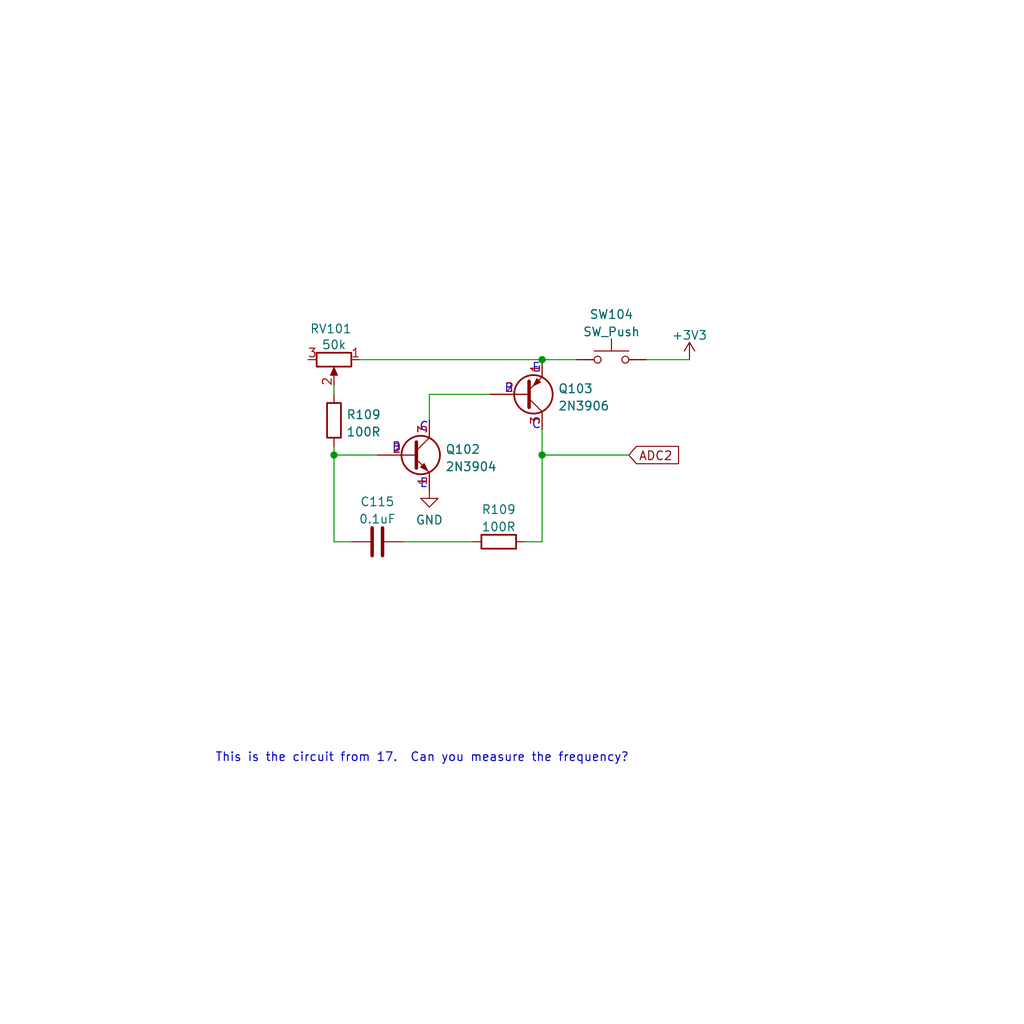
<source format=kicad_sch>
(kicad_sch (version 20211123) (generator eeschema)
  (paper "User" 150.012 150.012)
  (lib_symbols
    (symbol "Device:C" (pin_numbers hide) (pin_names (offset 0.254))
      (property "Reference" "C" (at 0.635 2.54 0))
      (property "Value" "C" (at 0.635 -2.54 0))
      (symbol "C_0_1"
        (polyline (pts (xy -2.032 -0.762) (xy 2.032 -0.762)) (stroke (width 0.508)))
        (polyline (pts (xy -2.032 0.762) (xy 2.032 0.762)) (stroke (width 0.508)))
      )
      (symbol "C_1_1"
        (pin passive line (at 0 3.81 270) (length 2.794) (name "~") (number "1"))
        (pin passive line (at 0 -3.81 90) (length 2.794) (name "~") (number "2"))
      )
    )
    (symbol "Device:R" (pin_numbers hide) (pin_names (offset 0))
      (property "Reference" "R" (at 2.032 0 90))
      (property "Value" "R" (at 0 0 90))
      (symbol "R_0_1"
        (rectangle (start -1.016 -2.54) (end 1.016 2.54) (stroke (width 0.254)))
      )
      (symbol "R_1_1"
        (pin passive line (at 0 3.81 270) (length 1.27) (name "~") (number "1"))
        (pin passive line (at 0 -3.81 90) (length 1.27) (name "~") (number "2"))
      )
    )
    (symbol "Device:R_Potentiometer" (pin_names (offset 1.016) hide)
      (property "Reference" "RV" (at -4.445 0 90))
      (property "Value" "R_Potentiometer" (at -2.54 0 90))
      (symbol "R_Potentiometer_0_1"
        (polyline (pts (xy 2.54 0) (xy 1.524 0)))
        (polyline (pts (xy 1.143 0) (xy 2.286 0.508) (xy 2.286 -0.508) (xy 1.143 0)) (fill (type outline)))
        (rectangle (start 1.016 2.54) (end -1.016 -2.54) (stroke (width 0.254)))
      )
      (symbol "R_Potentiometer_1_1"
        (pin passive line (at 0 3.81 270) (length 1.27) (name "1") (number "1"))
        (pin passive line (at 3.81 0 180) (length 1.27) (name "2") (number "2"))
        (pin passive line (at 0 -3.81 90) (length 1.27) (name "3") (number "3"))
      )
    )
    (symbol "Switch:SW_Push" (pin_numbers hide) (pin_names (offset 1.016) hide)
      (property "Reference" "SW" (at 1.27 2.54 0))
      (property "Value" "SW_Push" (at 0 -1.524 0))
      (symbol "SW_Push_0_1"
        (circle (center -2.032 0) (radius 0.508))
        (polyline (pts (xy 0 1.27) (xy 0 3.048)))
        (polyline (pts (xy 2.54 1.27) (xy -2.54 1.27)))
        (circle (center 2.032 0) (radius 0.508))
        (pin passive line (at -5.08 0 0) (length 2.54) (name "1") (number "1"))
        (pin passive line (at 5.08 0 180) (length 2.54) (name "2") (number "2"))
      )
    )
    (symbol "Transistor_BJT:2N3904" (pin_names (offset 0) hide)
      (property "Reference" "Q" (at 5.08 1.905 0))
      (property "Value" "2N3904" (at 5.08 0 0))
      (symbol "2N3904_0_1"
        (polyline (pts (xy 0.635 0.635) (xy 2.54 2.54)))
        (polyline (pts (xy 0.635 -0.635) (xy 2.54 -2.54) (xy 2.54 -2.54)))
        (polyline (pts (xy 0.635 1.905) (xy 0.635 -1.905) (xy 0.635 -1.905)) (stroke (width 0.508)))
        (polyline (pts (xy 1.27 -1.778) (xy 1.778 -1.27) (xy 2.286 -2.286) (xy 1.27 -1.778) (xy 1.27 -1.778)) (fill (type outline)))
        (circle (center 1.27 0) (radius 2.8194) (stroke (width 0.254)))
      )
      (symbol "2N3904_1_1"
        (pin passive line (at 2.54 -5.08 90) (length 2.54) (name "E") (number "1"))
        (pin passive line (at -5.08 0 0) (length 5.715) (name "B") (number "2"))
        (pin passive line (at 2.54 5.08 270) (length 2.54) (name "C") (number "3"))
      )
    )
    (symbol "Transistor_BJT:2N3906" (pin_names (offset 0) hide)
      (property "Reference" "Q" (at 5.08 1.905 0))
      (property "Value" "2N3906" (at 5.08 0 0))
      (symbol "2N3906_0_1"
        (polyline (pts (xy 0.635 0.635) (xy 2.54 2.54)))
        (polyline (pts (xy 0.635 -0.635) (xy 2.54 -2.54) (xy 2.54 -2.54)))
        (polyline (pts (xy 0.635 1.905) (xy 0.635 -1.905) (xy 0.635 -1.905)) (stroke (width 0.508)))
        (polyline (pts (xy 2.286 -1.778) (xy 1.778 -2.286) (xy 1.27 -1.27) (xy 2.286 -1.778) (xy 2.286 -1.778)) (fill (type outline)))
        (circle (center 1.27 0) (radius 2.8194) (stroke (width 0.254)))
      )
      (symbol "2N3906_1_1"
        (pin passive line (at 2.54 -5.08 90) (length 2.54) (name "E") (number "1"))
        (pin input line (at -5.08 0 0) (length 5.715) (name "B") (number "2"))
        (pin passive line (at 2.54 5.08 270) (length 2.54) (name "C") (number "3"))
      )
    )
    (symbol "power:+3V3" (power) (pin_names (offset 0))
      (property "Value" "+3V3" (at 0 3.556 0))
      (symbol "+3V3_0_1"
        (polyline (pts (xy -0.762 1.27) (xy 0 2.54)))
        (polyline (pts (xy 0 0) (xy 0 2.54)))
        (polyline (pts (xy 0 2.54) (xy 0.762 1.27)))
      )
      (symbol "+3V3_1_1"
        (pin power_in line (at 0 0 90) (length 0) hide (name "+3V3") (number "1"))
      )
    )
    (symbol "power:GND" (power) (pin_names (offset 0))
      (property "Value" "GND" (at 0 -3.81 0))
      (symbol "GND_0_1"
        (polyline (pts (xy 0 0) (xy 0 -1.27) (xy 1.27 -1.27) (xy 0 -2.54) (xy -1.27 -1.27) (xy 0 -1.27)))
      )
      (symbol "GND_1_1"
        (pin power_in line (at 0 0 270) (length 0) hide (name "GND") (number "1"))
      )
    )
  )
  (junction (at 79.4004 52.6796))
  (junction (at 48.9204 66.6496))
  (junction (at 79.4004 66.6496))
  (wire (pts (xy 62.8904 61.5696) (xy 62.8904 57.7596)))
  (wire (pts (xy 79.4004 62.8396) (xy 79.4004 66.6496)))
  (wire (pts (xy 48.9204 66.6496) (xy 55.2704 66.6496)))
  (wire (pts (xy 79.4004 66.6496) (xy 79.4004 79.3496)))
  (wire (pts (xy 48.9204 79.3496) (xy 48.9204 66.6496)))
  (wire (pts (xy 52.7304 52.6796) (xy 79.4004 52.6796)))
  (wire (pts (xy 79.4004 66.6496) (xy 92.1004 66.6496)))
  (wire (pts (xy 51.4604 79.3496) (xy 48.9204 79.3496)))
  (wire (pts (xy 59.0804 79.3496) (xy 69.2404 79.3496)))
  (wire (pts (xy 62.8904 57.7596) (xy 71.7804 57.7596)))
  (wire (pts (xy 48.9204 65.3796) (xy 48.9204 66.6496)))
  (wire (pts (xy 79.4004 79.3496) (xy 76.8604 79.3496)))
  (wire (pts (xy 94.6404 52.6796) (xy 100.9904 52.6796)))
  (wire (pts (xy 79.4004 52.6796) (xy 84.4804 52.6796)))
  (wire (pts (xy 48.9204 56.4896) (xy 48.9204 57.7596)))
  (text "B" (at 57.3532 66.3956 0) (effects (font (size 1.27 1.27)) (justify left bottom)))
  (text "C" (at 77.8256 63.0428 0) (effects (font (size 1.27 1.27)) (justify left bottom)))
  (text "E" (at 61.4172 71.6788 0) (effects (font (size 1.27 1.27)) (justify left bottom)))
  (text "C" (at 61.3664 63.3984 0) (effects (font (size 1.27 1.27)) (justify left bottom)))
  (text "B" (at 73.8124 57.7596 0) (effects (font (size 1.27 1.27)) (justify left bottom)))
  (text "E" (at 77.8764 54.7624 0) (effects (font (size 1.27 1.27)) (justify left bottom)))
  (text "This is the circuit from 17.  Can you measure the frequency?" (at 31.496 111.8108 0) (effects (font (size 1.27 1.27)) (justify left bottom)))
  (global_label "ADC2" (shape input) (at 92.1004 66.6496 0) (property "Intersheet References" "${INTERSHEET_REFS}" (effects hide)))
  (symbol (lib_id "Switch:SW_Push") (at 89.5604 52.6796 0) (unit 1)
    (property "Reference" "SW104" (at 89.5604 46.0588 0))
    (property "Value" "SW_Push" (at 89.5604 48.5957 0))
  )
  (symbol (lib_id "Device:R_Potentiometer") (at 48.9204 52.6796 270) (unit 1)
    (property "Reference" "RV101" (at 48.4632 48.1584 90))
    (property "Value" "50k" (at 48.9204 50.5007 90))
  )
  (symbol (lib_id "power:+3V3") (at 100.9904 52.6796 0) (unit 1)
    (property "Reference" "#PWR?" (effects hide))
    (property "Value" "+3V3" (at 100.9904 49.1038 0))
  )
  (symbol (lib_id "Transistor_BJT:2N3906") (at 76.8604 57.7596 0) (mirror x) (unit 1)
    (property "Reference" "Q103" (at 81.7118 56.9249 0) (effects (justify left)))
    (property "Value" "2N3906" (at 81.7118 59.4618 0) (effects (justify left)))
    (property "Footprint" "Package_TO_SOT_THT:TO-92_Inline" (effects hide))
    (property "Datasheet" "https://www.onsemi.com/pub/Collateral/2N3906-D.PDF" (effects hide))
  )
  (symbol (lib_id "Device:R") (at 48.9204 61.5696 0) (unit 1)
    (property "Reference" "R109" (at 50.6984 60.7349 0) (effects (justify left)))
    (property "Value" "100R" (at 50.6984 63.2718 0) (effects (justify left)))
  )
  (symbol (lib_id "Device:C") (at 55.2704 79.3496 270) (unit 1)
    (property "Reference" "C115" (at 55.2704 73.4908 90))
    (property "Value" "0.1uF" (at 55.2704 76.0277 90))
  )
  (symbol (lib_id "Device:R") (at 73.0504 79.3496 270) (unit 1)
    (property "Reference" "R109" (at 73.0504 74.6338 90))
    (property "Value" "100R" (at 73.0504 77.1707 90))
  )
  (symbol (lib_id "Transistor_BJT:2N3904") (at 60.3504 66.6496 0) (unit 1)
    (property "Reference" "Q102" (at 65.2018 65.8149 0) (effects (justify left)))
    (property "Value" "2N3904" (at 65.2018 68.3518 0) (effects (justify left)))
    (property "Footprint" "Package_TO_SOT_THT:TO-92_Inline" (effects hide))
    (property "Datasheet" "https://www.onsemi.com/pub/Collateral/2N3903-D.PDF" (effects hide))
  )
  (symbol (lib_id "power:GND") (at 62.8904 71.7296 0) (unit 1)
    (property "Reference" "#PWR?" (effects hide))
    (property "Value" "GND" (at 62.8904 76.173 0))
  )
)
</source>
